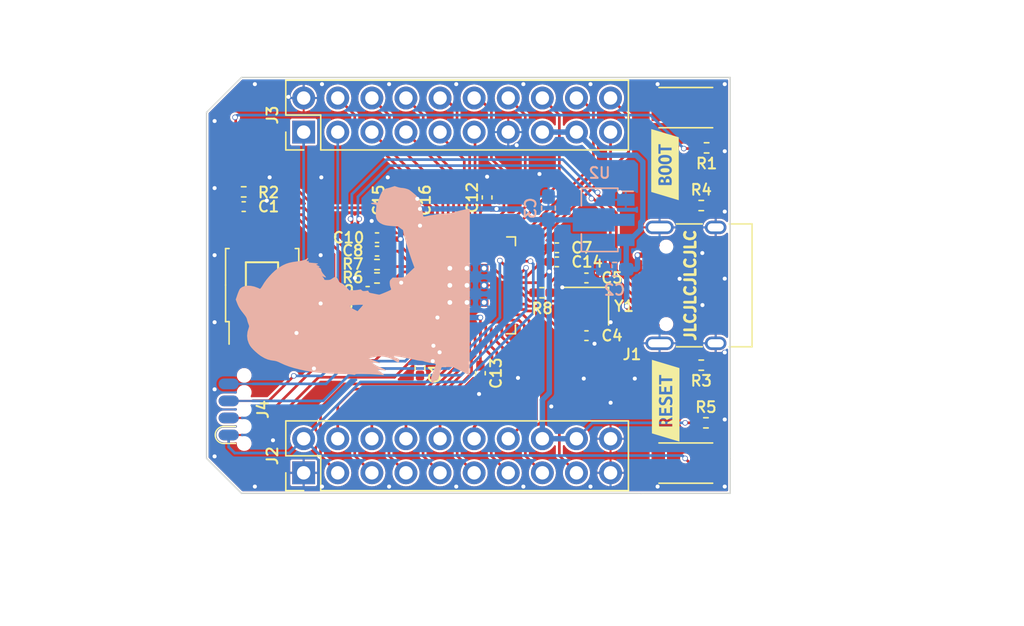
<source format=kicad_pcb>
(kicad_pcb (version 20211014) (generator pcbnew)
  (layers (0 "F.Cu" signal) (31 "B.Cu" signal) (34 "B.Paste" user) (35 "F.Paste" user) (36 "B.SilkS" user "B.Silkscreen") (37 "F.SilkS" user "F.Silkscreen") (38 "B.Mask" user) (39 "F.Mask" user) (44 "Edge.Cuts" user))
  (net 0 "")
  (net 1 "+3V3")
  (net 2 "GND")
  (net 3 "VBUS")
  (net 4 "Net-(C5-Pad2)")
  (net 5 "+1V1")
  (net 6 "Net-(J1-PadA5)")
  (net 7 "/USB_D+")
  (net 8 "/USB_D-")
  (net 10 "Net-(J1-PadB5)")
  (net 12 "/GPIO0")
  (net 13 "/GPIO1")
  (net 14 "/GPIO2")
  (net 15 "/GPIO3")
  (net 16 "/GPIO4")
  (net 17 "/GPIO5")
  (net 18 "/GPIO6")
  (net 19 "/GPIO7")
  (net 20 "/GPIO8")
  (net 21 "/GPIO9")
  (net 22 "/GPIO10")
  (net 23 "/GPIO11")
  (net 24 "/GPIO12")
  (net 25 "/GPIO13")
  (net 26 "/GPIO14")
  (net 27 "/GPIO15")
  (net 28 "/GPIO16")
  (net 29 "/GPIO17")
  (net 30 "/GPIO18")
  (net 31 "/GPIO19")
  (net 32 "/GPIO20")
  (net 33 "/GPIO21")
  (net 34 "/GPIO22")
  (net 35 "/GPIO23")
  (net 36 "/GPIO24")
  (net 37 "/GPIO25")
  (net 38 "/GPIO26")
  (net 39 "/GPIO27")
  (net 40 "/GPIO28")
  (net 41 "/GPIO29")
  (net 42 "Net-(R1-Pad1)")
  (net 43 "/QSPI_SS")
  (net 44 "Net-(R6-Pad1)")
  (net 45 "Net-(R7-Pad1)")
  (net 46 "/QSPI_SD1")
  (net 47 "/QSPI_SD2")
  (net 48 "/QSPI_SDO")
  (net 49 "/QSPI_SCLK")
  (net 50 "/QSPI_SD3")
  (net 51 "Net-(C4-Pad2)")
  (net 52 "/SWD")
  (net 53 "/RUN")
  (net 54 "/SWCLK")
  (net 56 "Net-(R8-Pad2)")
  (footprint "Capacitor_SMD:C_0402_1005Metric_Pad0.74x0.62mm_HandSolder" (layer "F.Cu") (at 170 92.45)
    (fp_text reference "C7")
    (fp_text value "100nF")
  )
  (footprint "MCU_RaspberryPi_and_Boards:RP2040-QFN-56" (layer "F.Cu") (at 163.3 95.25 90)
    (fp_text reference "U3")
    (fp_text value "RP2040")
  )
  (footprint "Capacitor_SMD:C_0402_1005Metric_Pad0.74x0.62mm_HandSolder" (layer "F.Cu") (at 155.9 95.7 180)
    (fp_text reference "C9")
    (fp_text value "100nF")
  )
  (footprint "Capacitor_SMD:C_0402_1005Metric_Pad0.74x0.62mm_HandSolder" (layer "F.Cu") (at 146.67 89.38)
    (fp_text reference "C1")
    (fp_text value "100nF")
  )
  (footprint "switch:SW_3x4x2" (layer "F.Cu") (at 179.6 82)
    (fp_text reference "SW1" hide)
    (fp_text value "SW_SPST" hide)
  )
  (footprint "Resistor_SMD:R_0402_1005Metric_Pad0.72x0.64mm_HandSolder" (layer "F.Cu") (at 180.75 101.2 180)
    (fp_text reference "R3")
    (fp_text value "5K1")
  )
  (footprint "Capacitor_SMD:C_0402_1005Metric_Pad0.74x0.62mm_HandSolder" (layer "F.Cu") (at 164.8 88.7 90)
    (fp_text reference "C12")
    (fp_text value "100nF")
  )
  (footprint "Capacitor_SMD:C_0402_1005Metric_Pad0.74x0.62mm_HandSolder" (layer "F.Cu") (at 170 93.5)
    (fp_text reference "C14")
    (fp_text value "100nF")
  )
  (footprint "Capacitor_SMD:C_0402_1005Metric_Pad0.74x0.62mm_HandSolder" (layer "F.Cu") (at 164.3 101.8 -90)
    (fp_text reference "C13")
    (fp_text value "100nF")
  )
  (footprint "Capacitor_SMD:C_0402_1005Metric_Pad0.74x0.62mm_HandSolder" (layer "F.Cu") (at 159.8 101.4 -90)
    (fp_text reference "C11")
    (fp_text value "100nF")
  )
  (footprint "Capacitor_SMD:C_0402_1005Metric_Pad0.74x0.62mm_HandSolder" (layer "F.Cu") (at 156.6 91.7 180)
    (fp_text reference "C10")
    (fp_text value "1uF")
  )
  (footprint "Resistor_SMD:R_0402_1005Metric_Pad0.72x0.64mm_HandSolder" (layer "F.Cu") (at 146.67 88.28 180)
    (fp_text reference "R2")
    (fp_text value "10K")
  )
  (footprint "Connector_USB:USB_C_Receptacle_XKB_U262-16XN-4BVC11" (layer "F.Cu") (at 180.75 95.25 90)
    (fp_text reference "J1")
    (fp_text value "USB_C_Receptacle_USB2.0")
  )
  (footprint "Resistor_SMD:R_0402_1005Metric_Pad0.72x0.64mm_HandSolder" (layer "F.Cu") (at 156.6 93.7 180)
    (fp_text reference "R7")
    (fp_text value "27")
  )
  (footprint "USON:SOIC-USON-8" (layer "F.Cu") (at 148.03 95.23)
    (fp_text reference "U1")
    (fp_text value "W25Q32JVSS" hide)
  )
  (footprint "Capacitor_SMD:C_0402_1005Metric_Pad0.74x0.62mm_HandSolder" (layer "F.Cu") (at 172.2 94.7 180)
    (fp_text reference "C5")
    (fp_text value "C")
  )
  (footprint "Capacitor_SMD:C_0402_1005Metric_Pad0.74x0.62mm_HandSolder" (layer "F.Cu") (at 156.6 92.7 180)
    (fp_text reference "C8")
    (fp_text value "1uF")
  )
  (footprint "Connector_PinHeader_2.54mm:PinHeader_2x10_P2.54mm_Vertical" (layer "F.Cu") (at 151.135 83.825 90)
    (fp_text reference "J3")
    (fp_text value "Conn_02x10_Odd_Even")
  )
  (footprint "Crystal:Crystal_SMD_2520-4Pin_2.5x2.0mm" (layer "F.Cu") (at 172.2 96.8 180)
    (fp_text reference "Y1")
    (fp_text value "12MHz")
  )
  (footprint "footprints:SOIC_clipProgSmall" (layer "F.Cu") (at 144.8 104.5 -90)
    (fp_text reference "J4")
    (fp_text value "Conn_01x08")
  )
  (footprint "Resistor_SMD:R_0402_1005Metric_Pad0.72x0.64mm_HandSolder" (layer "F.Cu") (at 181.1 105.5)
    (fp_text reference "R5")
    (fp_text value "100K")
  )
  (footprint "Resistor_SMD:R_0402_1005Metric_Pad0.72x0.64mm_HandSolder" (layer "F.Cu") (at 181.15 85 180)
    (fp_text reference "R1")
    (fp_text value "1K")
  )
  (footprint "kibuzzard-6203A47E" (layer "F.Cu") (at 178.1 103.85 90)
    (fp_text reference "kibuzzard-6203A47E" hide)
    (fp_text value "G***" hide)
  )
  (footprint "Resistor_SMD:R_0402_1005Metric_Pad0.72x0.64mm_HandSolder" (layer "F.Cu") (at 156.6 94.7 180)
    (fp_text reference "R6")
    (fp_text value "27")
  )
  (footprint "switch:SW_3x4x2" (layer "F.Cu") (at 179.6 108.5)
    (fp_text reference "SW2" hide)
    (fp_text value "SW_SPST" hide)
  )
  (footprint "Connector_PinHeader_2.54mm:PinHeader_2x10_P2.54mm_Vertical" (layer "F.Cu") (at 151.135 109.225 90)
    (fp_text reference "J2")
    (fp_text value "Conn_02x10_Odd_Even")
  )
  (footprint "Capacitor_SMD:C_0402_1005Metric_Pad0.74x0.62mm_HandSolder" (layer "F.Cu") (at 172.2 99 180)
    (fp_text reference "C4")
    (fp_text value "C")
  )
  (footprint "Capacitor_SMD:C_0402_1005Metric_Pad0.74x0.62mm_HandSolder" (layer "F.Cu") (at 158.9 88.9 90)
    (fp_text reference "C16")
    (fp_text value "100nF")
  )
  (footprint "Resistor_SMD:R_0402_1005Metric_Pad0.72x0.64mm_HandSolder" (layer "F.Cu") (at 180.75 89.3)
    (fp_text reference "R4")
    (fp_text value "5K1")
  )
  (footprint "Capacitor_SMD:C_0402_1005Metric_Pad0.74x0.62mm_HandSolder" (layer "F.Cu") (at 157.75 88.9 90)
    (fp_text reference "C15")
    (fp_text value "100nF")
  )
  (footprint "Capacitor_SMD:C_0402_1005Metric_Pad0.74x0.62mm_HandSolder" (layer "F.Cu") (at 155.9 96.7 180)
    (fp_text reference "C6")
    (fp_text value "100nF")
  )
  (footprint "Resistor_SMD:R_0402_1005Metric_Pad0.72x0.64mm_HandSolder" (layer "F.Cu") (at 168.9 95.8 180)
    (fp_text reference "R8")
    (fp_text value "1K")
  )
  (footprint "kibuzzard-6203A46A" (layer "F.Cu") (at 178.05 86.25 90)
    (fp_text reference "kibuzzard-6203A46A" hide)
    (fp_text value "G***" hide)
  )
  (footprint "Capacitor_SMD:C_0603_1608Metric_Pad1.08x0.95mm_HandSolder" (layer "B.Cu") (at 169.37 89.4925 90)
    (fp_text reference "C3")
    (fp_text value "10uF")
  )
  (footprint "Capacitor_SMD:C_0603_1608Metric_Pad1.08x0.95mm_HandSolder" (layer "B.Cu") (at 174.3 94.05 180)
    (fp_text reference "C2")
    (fp_text value "10uF")
  )
  (footprint "Package_TO_SOT_SMD:SOT-89-3" (layer "B.Cu") (at 173.48 90.37 180)
    (fp_text reference "U2")
    (fp_text value "AP1117-33")
  )
  (footprint "LOGO" (layer "B.Cu") (at 154.12 93.66 -90)
    (fp_text reference "G***" hide)
    (fp_text value "LOGO" hide)
  )
  (gr_line (start 182.9 108.17) (end 182.9 110.75) (layer "Edge.Cuts") (width 0.1))
  (gr_line (start 146.5 110.75) (end 176.27 110.75) (layer "Edge.Cuts") (width 0.1))
  (gr_line (start 143.9 82.35) (end 146.5 79.75) (layer "Edge.Cuts") (width 0.1))
  (gr_line (start 182.9 110.75) (end 176.27 110.75) (layer "Edge.Cuts") (width 0.1))
  (gr_line (start 146.5 110.75) (end 143.9 108.15) (layer "Edge.Cuts") (width 0.1))
  (gr_line (start 182.9 108.17) (end 182.9 79.75) (layer "Edge.Cuts") (width 0.1))
  (gr_line (start 143.9 108.15) (end 143.9 82.35) (layer "Edge.Cuts") (width 0.1))
  (gr_line (start 146.5 79.75) (end 182.9 79.75) (layer "Edge.Cuts") (width 0.1))
  (gr_text "JLCJLCJLCJLC" (at 179.94 95.25 90) (layer "F.SilkS") (effects (font (size 0.8 0.8) (thickness 0.2))))
  (segment (start 157.75 89.4675) (end 157.75 90.55) (width 0.2) (layer "F.Cu") (net 1))
  (segment (start 159.8625 94.65) (end 159.8625 95.05) (width 0.2) (layer "F.Cu") (net 1))
  (segment (start 164.3 89.7675) (end 164.8 89.2675) (width 0.2) (layer "F.Cu") (net 1))
  (segment (start 168.6 95.05) (end 169.4325 94.2175) (width 0.2) (layer "F.Cu") (net 1))
  (segment (start 152.25 102.1) (end 147.945 106.405) (width 0.2) (layer "F.Cu") (net 1))
  (segment (start 146.1025 91.6075) (end 146.125 91.63) (width 0.2) (layer "F.Cu") (net 1))
  (segment (start 158.9825 89.55) (end 158.9 89.4675) (width 0.4) (layer "F.Cu") (net 1))
  (segment (start 157.75 90.55) (end 159.05 91.85) (width 0.2) (layer "F.Cu") (net 1))
  (segment (start 165.0825 89.55) (end 164.8 89.2675) (width 0.4) (layer "F.Cu") (net 1))
  (segment (start 157.75 95.7) (end 158.4 95.05) (width 0.4) (layer "F.Cu") (net 1))
  (segment (start 157.2675 91.8) (end 157.1675 91.7) (width 0.4) (layer "F.Cu") (net 1))
  (segment (start 159.8 100.8325) (end 159.1675 100.8325) (width 0.2) (layer "F.Cu") (net 1))
  (segment (start 157.9 102.1) (end 152.25 102.1) (width 0.2) (layer "F.Cu") (net 1))
  (segment (start 159.05 91.85) (end 159.05 92.3) (width 0.2) (layer "F.Cu") (net 1))
  (segment (start 159.4 92.65) (end 159.8625 92.65) (width 0.2) (layer "F.Cu") (net 1))
  (segment (start 145.55 106.405) (end 147.305 106.405) (width 0.15) (layer "F.Cu") (net 1))
  (segment (start 157.75 89.4675) (end 152.0175 89.4675) (width 0.2) (layer "F.Cu") (net 1))
  (segment (start 159.05 92.3) (end 159.4 92.65) (width 0.2) (layer "F.Cu") (net 1))
  (segment (start 158.9 89.4675) (end 157.75 89.4675) (width 0.4) (layer "F.Cu") (net 1))
  (segment (start 147.2025 88.28) (end 146.1025 89.38) (width 0.2) (layer "F.Cu") (net 1))
  (segment (start 164.3 101.2325) (end 164.3 98.6875) (width 0.2) (layer "F.Cu") (net 1))
  (segment (start 169.4325 93.5) (end 169.4325 94.2175) (width 0.2) (layer "F.Cu") (net 1))
  (segment (start 164.3 91.8125) (end 164.3 89.7675) (width 0.2) (layer "F.Cu") (net 1))
  (segment (start 147.945 106.405) (end 147.305 106.405) (width 0.2) (layer "F.Cu") (net 1))
  (segment (start 159.8625 93.05) (end 159.8625 92.65) (width 0.2) (layer "F.Cu") (net 1))
  (segment (start 160.7 98.05) (end 161.1 97.65) (width 0.2) (layer "F.Cu") (net 1))
  (segment (start 159.8 100.8325) (end 159.8 99.9) (width 0.2) (layer "F.Cu") (net 1))
  (segment (start 146.14 92.3) (end 147.28 93.44) (width 0.2) (layer "F.Cu") (net 1))
  (segment (start 159.8625 95.05) (end 158.4 95.05) (width 0.2) (layer "F.Cu") (net 1))
  (segment (start 146.14 91.63) (end 146.14 92.3) (width 0.2) (layer "F.Cu") (net 1))
  (segment (start 160.7 90.45) (end 159.8 89.55) (width 0.2) (layer "F.Cu") (net 1))
  (segment (start 160.7 99) (end 160.7 98.6875) (width 0.2) (layer "F.Cu") (net 1))
  (segment (start 159.8 89.55) (end 158.9825 89.55) (width 0.4) (layer "F.Cu") (net 1))
  (segment (start 147.2675 88.28) (end 147.2025 88.28) (width 0.2) (layer "F.Cu") (net 1))
  (segment (start 164.3 98.6875) (end 164.3 97.65) (width 0.2) (layer "F.Cu") (net 1))
  (segment (start 152.0175 89.4675) (end 150.85 88.3) (width 0.2) (layer "F.Cu") (net 1))
  (segment (start 158.35 92.3) (end 159.1 93.05) (width 0.2) (layer "F.Cu") (net 1))
  (segment (start 166.7375 95.05) (end 168.6 95.05) (width 0.2) (layer "F.Cu") (net 1))
  (segment (start 180.5025 105.5) (end 179.55 105.5) (width 0.2) (layer "F.Cu") (net 1))
  (segment (start 159.8 99.9) (end 160.7 99) (width 0.2) (layer "F.Cu") (net 1))
  (segment (start 146.1025 89.38) (end 146.1025 91.6075) (width 0.2) (layer "F.Cu") (net 1))
  (segment (start 147.28 93.44) (end 147.28 94.03) (width 0.2) (layer "F.Cu") (net 1))
  (segment (start 159.1675 100.8325) (end 157.9 102.1) (width 0.2) (layer "F.Cu") (net 1))
  (segment (start 150.85 88.3) (end 147.2875 88.3) (width 0.2) (layer "F.Cu") (net 1))
  (segment (start 147.2875 88.3) (end 147.2675 88.28) (width 0.2) (layer "F.Cu") (net 1))
  (segment (start 158.35 91.8) (end 157.2675 91.8) (width 0.4) (layer "F.Cu") (net 1))
  (segment (start 159.1 93.05) (end 159.8625 93.05) (width 0.2) (layer "F.Cu") (net 1))
  (segment (start 156.4675 95.7) (end 157.75 95.7) (width 0.4) (layer "F.Cu") (net 1))
  (segment (start 158.35 91.8) (end 158.35 92.3) (width 0.2) (layer "F.Cu") (net 1))
  (segment (start 165.5 89.55) (end 165.0825 89.55) (width 0.4) (layer "F.Cu") (net 1))
  (segment (start 160.7 91.8125) (end 160.7 90.45) (width 0.2) (layer "F.Cu") (net 1))
  (segment (start 160.7 98.6875) (end 160.7 98.05) (width 0.2) (layer "F.Cu") (net 1))
  (via (at 165.5 89.55) (size 0.4) (drill 0.3) (layers "F.Cu" "B.Cu") (net 1))
  (via (at 169.4325 94.2175) (size 0.4) (drill 0.3) (layers "F.Cu" "B.Cu") (net 1))
  (via (at 159.8 89.55) (size 0.4) (drill 0.3) (layers "F.Cu" "B.Cu") (net 1))
  (via (at 161.1 97.65) (size 0.4) (drill 0.3) (layers "F.Cu" "B.Cu") (net 1))
  (via (at 164.3 97.65) (size 0.4) (drill 0.3) (layers "F.Cu" "B.Cu") (net 1))
  (via (at 179.55 105.5) (size 0.4) (drill 0.3) (layers "F.Cu" "B.Cu") (net 1))
  (via (at 158.35 91.8) (size 0.4) (drill 0.3) (layers "F.Cu" "B.Cu") (net 1))
  (via (at 158.4 95.05) (size 0.4) (drill 0.3) (layers "F.Cu" "B.Cu") (net 1))
  (segment (start 158.35 91) (end 158.35 91.8) (width 0.4) (layer "B.Cu") (net 1))
  (segment (start 169.4325 103.2675) (end 168.915 103.785) (width 0.4) (layer "B.Cu") (net 1))
  (segment (start 165.5125 89.5625) (end 165.5 89.55) (width 0.4) (layer "B.Cu") (net 1))
  (segment (start 165.5 89.55) (end 159.8 89.55) (width 0.4) (layer "B.Cu") (net 1))
  (segment (start 169.4325 94.2175) (end 169.4325 103.2675) (width 0.4) (layer "B.Cu") (net 1))
  (segment (start 159.8 89.55) (end 158.35 91) (width 0.4) (layer "B.Cu") (net 1))
  (segment (start 175.0425 90.37) (end 169.385 90.37) (width 0.4) (layer "B.Cu") (net 1))
  (segment (start 168.915 103.785) (end 168.915 106.685) (width 0.4) (layer "B.Cu") (net 1))
  (segment (start 158.4 91.85) (end 158.35 91.8) (width 0.4) (layer "B.Cu") (net 1))
  (segment (start 164.3 97.65) (end 161.1 97.65) (width 0.4) (layer "B.Cu") (net 1))
  (segment (start 169.37 90.355) (end 168.095 90.355) (width 0.4) (layer "B.Cu") (net 1))
  (segment (start 179.55 105.5) (end 172.64 105.5) (width 0.2) (layer "B.Cu") (net 1))
  (segment (start 169.4325 94.2175) (end 169.4325 90.4175) (width 0.4) (layer "B.Cu") (net 1))
  (segment (start 172.64 105.5) (end 171.455 106.685) (width 0.2) (layer "B.Cu") (net 1))
  (segment (start 158.4 95.05) (end 158.5 95.05) (width 0.4) (layer "B.Cu") (net 1))
  (segment (start 169.4325 90.4175) (end 169.37 90.355) (width 0.4) (layer "B.Cu") (net 1))
  (segment (start 158.5 95.05) (end 161.1 97.65) (width 0.4) (layer "B.Cu") (net 1))
  (segment (start 168.915 106.685) (end 171.455 106.685) (width 0.4) (layer "B.Cu") (net 1))
  (segment (start 167.3025 89.5625) (end 165.5125 89.5625) (width 0.4) (layer "B.Cu") (net 1))
  (segment (start 168.095 90.355) (end 167.3025 89.5625) (width 0.4) (layer "B.Cu") (net 1))
  (segment (start 158.4 95.05) (end 158.4 91.85) (width 0.4) (layer "B.Cu") (net 1))
  (segment (start 169.385 90.37) (end 169.37 90.355) (width 0.4) (layer "B.Cu") (net 1))
  (segment (start 156.0325 92.7) (end 156.0325 91.7) (width 0.2) (layer "F.Cu") (net 2))
  (via (at 172.5 80.25) (size 0.4) (drill 0.3) (layers "F.Cu" "B.Cu") (net 2))
  (via (at 144.5 103) (size 0.4) (drill 0.3) (layers "F.Cu" "B.Cu") (net 2))
  (via (at 148.6 87.2) (size 0.4) (drill 0.3) (layers "F.Cu" "B.Cu") (net 2))
  (via (at 182.5 85.25) (size 0.4) (drill 0.3) (layers "F.Cu" "B.Cu") (net 2))
  (via (at 144.5 83) (size 0.4) (drill 0.3) (layers "F.Cu" "B.Cu") (net 2))
  (via (at 168.7 86.95) (size 0.4) (drill 0.3) (layers "F.Cu" "B.Cu") (net 2))
  (via (at 159.6 88.8) (size 0.4) (drill 0.3) (layers "F.Cu" "B.Cu") (net 2))
  (via (at 152.4 93) (size 0.4) (drill 0.3) (layers "F.Cu" "B.Cu") (net 2))
  (via (at 152.5 110.25) (size 0.4) (drill 0.3) (layers "F.Cu" "B.Cu") (net 2))
  (via (at 177.5 80.25) (size 0.4) (drill 0.3) (layers "F.Cu" "B.Cu") (net 2))
  (via (at 150 81.2) (size 0.4) (drill 0.3) (layers "F.Cu" "B.Cu") (net 2))
  (via (at 172 102.2) (size 0.4) (drill 0.3) (layers "F.Cu" "B.Cu") (net 2))
  (via (at 172.8 99.6) (size 0.4) (drill 0.3) (layers "F.Cu" "B.Cu") (net 2))
  (via (at 167 84.8) (size 0.4) (drill 0.3) (layers "F.Cu" "B.Cu") (net 2))
  (via (at 182.5 89.75) (size 0.4) (drill 0.3) (layers "F.Cu" "B.Cu") (net 2))
  (via (at 157.5 80.25) (size 0.4) (drill 0.3) (layers "F.Cu" "B.Cu") (net 2))
  (via (at 152.45 87.2) (size 0.4) (drill 0.3) (layers "F.Cu" "B.Cu") (net 2))
  (via (at 150.6 98.8) (size 0.4) (drill 0.3) (layers "F.Cu" "B.Cu") (net 2))
  (via (at 156.2 90.45) (size 0.4) (drill 0.3) (layers "F.Cu" "B.Cu") (net 2))
  (via (at 182.5 110.25) (size 0.4) (drill 0.3) (layers "F.Cu" "B.Cu") (net 2))
  (via (at 180.84 96.72) (size 0.4) (drill 0.3) (layers "F.Cu" "B.Cu") (net 2))
  (via (at 179.14 94.76) (size 0.4) (drill 0.3) (layers "F.Cu" "B.Cu") (net 2))
  (via (at 147.5 80.25) (size 0.4) (drill 0.3) (layers "F.Cu" "B.Cu") (net 2))
  (via (at 174 104) (size 0.4) (drill 0.3) (layers "F.Cu" "B.Cu") (net 2))
  (via (at 167.1 102.15) (size 0.4) (drill 0.3) (layers "F.Cu" "B.Cu") (net 2))
  (via (at 144.5 88) (size 0.4) (drill 0.3) (layers "F.Cu" "B.Cu") (net 2))
  (via (at 170.4 95.4) (size 0.4) (drill 0.3) (layers "F.Cu" "B.Cu") (net 2))
  (via (at 172.5 110.25) (size 0.4) (drill 0.3) (layers "F.Cu" "B.Cu") (net 2))
  (via (at 152.5 80.25) (size 0.4) (drill 0.3) (layers "F.Cu" "B.Cu") (net 2))
  (via (at 164.2 103.35) (size 0.4) (drill 0.3) (layers "F.Cu" "B.Cu") (net 2))
  (via (at 177.5 110.25) (size 0.4) (drill 0.3) (layers "F.Cu" "B.Cu") (net 2))
  (via (at 167.5 110.25) (size 0.4) (drill 0.3) (layers "F.Cu" "B.Cu") (net 2))
  (via (at 160.75 100.9) (size 0.4) (drill 0.3) (layers "F.Cu" "B.Cu") (net 2))
  (via (at 157.4 87.2) (size 0.4) (drill 0.3) (layers "F.Cu" "B.Cu") (net 2))
  (via (at 182.5 100.25) (size 0.4) (drill 0.3) (layers "F.Cu" "B.Cu") (net 2))
  (via (at 182.5 105.25) (size 0.4) (drill 0.3) (layers "F.Cu" "B.Cu") (net 2))
  (via (at 167.5 80.25) (size 0.4) (drill 0.3) (layers "F.Cu" "B.Cu") (net 2))
  (via (at 174.7 88.3) (size 0.4) (drill 0.3) (layers "F.Cu" "B.Cu") (net 2))
  (via (at 144.5 93) (size 0.4) (drill 0.3) (layers "F.Cu" "B.Cu") (net 2))
  (via (at 159.8 90.8) (size 0.4) (drill 0.3) (layers "F.Cu" "B.Cu") (net 2))
  (via (at 152.4 96.6) (size 0.4) (drill 0.3) (layers "F.Cu" "B.Cu") (net 2))
  (via (at 162.5 110.25) (size 0.4) (drill 0.3) (layers "F.Cu" "B.Cu") (net 2))
  (via (at 164.8 87.15) (size 0.4) (drill 0.3) (layers "F.Cu" "B.Cu") (net 2))
  (via (at 144.5 98) (size 0.4) (drill 0.3) (layers "F.Cu" "B.Cu") (net 2))
  (via (at 144.5 108) (size 0.4) (drill 0.3) (layers "F.Cu" "B.Cu") (net 2))
  (via (at 182.5 94.75) (size 0.4) (drill 0.3) (layers "F.Cu" "B.Cu") (net 2))
  (via (at 174 98) (size 0.4) (drill 0.3) (layers "F.Cu" "B.Cu") (net 2))
  (via (at 157.5 110.25) (size 0.4) (drill 0.3) (layers "F.Cu" "B.Cu") (net 2))
  (via (at 154.95 94.7) (size 0.4) (drill 0.3) (layers "F.Cu" "B.Cu") (net 2))
  (via (at 148.39 88.93) (size 0.4) (drill 0.3) (layers "F.Cu" "B.Cu") (net 2))
  (via (at 175.8 102.2) (size 0.4) (drill 0.3) (layers "F.Cu" "B.Cu") (net 2))
  (via (at 180.83 92.84) (size 0.4) (drill 0.3) (layers "F.Cu" "B.Cu") (net 2))
  (via (at 148.85 106.8) (size 0.4) (drill 0.3) (layers "F.Cu" "B.Cu") (net 2))
  (via (at 182.5 80.25) (size 0.4) (drill 0.3) (layers "F.Cu" "B.Cu") (net 2))
  (via (at 147.5 110.25) (size 0.4) (drill 0.3) (layers "F.Cu" "B.Cu") (net 2))
  (via (at 162.5 80.25) (size 0.4) (drill 0.3) (layers "F.Cu" "B.Cu") (net 2))
  (via (at 169.58 104.28) (size 0.4) (drill 0.3) (layers "F.Cu" "B.Cu") (net 2))
  (segment (start 176.87 97.71) (end 177.070489 97.509511) (width 0.4) (layer "F.Cu") (net 3))
  (segment (start 176.36 93) (end 176.49 92.87) (width 0.4) (layer "F.Cu") (net 3))
  (segment (start 176.49 92.87) (end 176.95 92.87) (width 0.4) (layer "F.Cu") (net 3))
  (segment (start 176 93) (end 176.36 93) (width 0.4) (layer "F.Cu") (net 3))
  (segment (start 176.28 97.5) (end 176.49 97.71) (width 0.4) (layer "F.Cu") (net 3))
  (segment (start 175.9 97.5) (end 175.2 96.8) (width 0.4) (layer "F.Cu") (net 3))
  (segment (start 175.9 97.5) (end 176.28 97.5) (width 0.4) (layer "F.Cu") (net 3))
  (segment (start 176.49 97.71) (end 176.87 97.71) (width 0.4) (layer "F.Cu") (net 3))
  (segment (start 176.95 92.87) (end 177.070489 92.990489) (width 0.4) (layer "F.Cu") (net 3))
  (via (at 175.2 96.8) (size 0.4) (drill 0.3) (layers "F.Cu" "B.Cu") (net 3))
  (via (at 176 93) (size 0.4) (drill 0.3) (layers "F.Cu" "B.Cu") (net 3))
  (segment (start 175.2 96.8) (end 175.2 94.0875) (width 0.4) (layer "B.Cu") (net 3))
  (segment (start 173.18 85.55) (end 171.455 83.825) (width 0.4) (layer "B.Cu") (net 3))
  (segment (start 175.2 94.0875) (end 175.1625 94.05) (width 0.4) (layer "B.Cu") (net 3))
  (segment (start 175.13 91.87) (end 175.449022 91.87) (width 0.4) (layer "B.Cu") (net 3))
  (segment (start 176.23548 90.56452) (end 176.4 90.4) (width 0.4) (layer "B.Cu") (net 3))
  (segment (start 176 93.95) (end 175.9 94.05) (width 0.4) (layer "B.Cu") (net 3))
  (segment (start 175.1625 91.9025) (end 175.13 91.87) (width 0.4) (layer "B.Cu") (net 3))
  (segment (start 175.9 85.55) (end 173.18 85.55) (width 0.4) (layer "B.Cu") (net 3))
  (segment (start 176.4 90.4) (end 176.4 86.05) (width 0.4) (layer "B.Cu") (net 3))
  (segment (start 171.455 83.825) (end 168.915 83.825) (width 0.4) (layer "B.Cu") (net 3))
  (segment (start 176.4 86.05) (end 175.9 85.55) (width 0.4) (layer "B.Cu") (net 3))
  (segment (start 175.1625 94.05) (end 175.1625 91.9025) (width 0.4) (layer "B.Cu") (net 3))
  (segment (start 176 93) (end 176 93.95) (width 0.4) (layer "B.Cu") (net 3))
  (segment (start 176.23548 91.083542) (end 176.23548 90.56452) (width 0.4) (layer "B.Cu") (net 3))
  (segment (start 175.9 94.05) (end 175.1625 94.05) (width 0.4) (layer "B.Cu") (net 3))
  (segment (start 175.449022 91.87) (end 176.23548 91.083542) (width 0.4) (layer "B.Cu") (net 3))
  (segment (start 169.4975 95.0525) (end 169.85 94.7) (width 0.2) (layer "F.Cu") (net 4))
  (segment (start 169.85 94.7) (end 171.6325 94.7) (width 0.2) (layer "F.Cu") (net 4))
  (segment (start 173.075 96.1) (end 173.0325 96.1) (width 0.2) (layer "F.Cu") (net 4))
  (segment (start 173.0325 96.1) (end 171.6325 94.7) (width 0.2) (layer "F.Cu") (net 4))
  (segment (start 169.4975 95.8) (end 169.4975 95.0525) (width 0.2) (layer "F.Cu") (net 4))
  (segment (start 169.4325 92.45) (end 169.4325 92.530787) (width 0.2) (layer "F.Cu") (net 5))
  (segment (start 167.685667 94.65) (end 166.7375 94.65) (width 0.2) (layer "F.Cu") (net 5))
  (segment (start 158.9 93.45) (end 158.15 92.7) (width 0.2) (layer "F.Cu") (net 5))
  (segment (start 160.75 93.45) (end 159.8625 93.45) (width 0.2) (layer "F.Cu") (net 5))
  (segment (start 160.95 95.25) (end 160.95 93.65) (width 0.2) (layer "F.Cu") (net 5))
  (segment (start 158.611085 95.490489) (end 157.401574 96.7) (width 0.2) (layer "F.Cu") (net 5))
  (segment (start 160.75 95.45) (end 160.95 95.25) (width 0.2) (layer "F.Cu") (net 5))
  (segment (start 168.562242 93.773425) (end 167.685667 94.65) (width 0.2) (layer "F.Cu") (net 5))
  (segment (start 159.8625 95.45) (end 159.822011 95.490489) (width 0.2) (layer "F.Cu") (net 5))
  (segment (start 165.3 93.58) (end 164.94 93.22) (width 0.2) (layer "F.Cu") (net 5))
  (segment (start 165.97 94.65) (end 165.3 93.98) (width 0.2) (layer "F.Cu") (net 5))
  (segment (start 165.3 93.98) (end 165.3 93.58) (width 0.2) (layer "F.Cu") (net 5))
  (segment (start 159.8625 95.45) (end 160.75 95.45) (width 0.2) (layer "F.Cu") (net 5))
  (segment (start 164.94 93.22) (end 161.38 93.22) (width 0.2) (layer "F.Cu") (net 5))
  (segment (start 168.562242 93.401045) (end 168.562242 93.773425) (width 0.2) (layer "F.Cu") (net 5))
  (segment (start 161.38 93.22) (end 160.95 93.65) (width 0.2) (layer "F.Cu") (net 5))
  (segment (start 159.822011 95.490489) (end 158.611085 95.490489) (width 0.2) (layer "F.Cu") (net 5))
  (segment (start 159.8625 93.45) (end 158.9 93.45) (width 0.2) (layer "F.Cu") (net 5))
  (segment (start 157.401574 96.7) (end 156.4675 96.7) (width 0.2) (layer "F.Cu") (net 5))
  (segment (start 166.7375 94.65) (end 165.97 94.65) (width 0.2) (layer "F.Cu") (net 5))
  (segment (start 169.4325 92.530787) (end 168.562242 93.401045) (width 0.2) (layer "F.Cu") (net 5))
  (segment (start 158.15 92.7) (end 157.1675 92.7) (width 0.2) (layer "F.Cu") (net 5))
  (segment (start 160.95 93.65) (end 160.75 93.45) (width 0.2) (layer "F.Cu") (net 5))
  (segment (start 180.1525 98.7975) (end 180.1525 101.2) (width 0.2) (layer "F.Cu") (net 6))
  (segment (start 177.08 96.5) (end 177.855 96.5) (width 0.2) (layer "F.Cu") (net 6))
  (segment (start 177.855 96.5) (end 180.1525 98.7975) (width 0.2) (layer "F.Cu") (net 6))
  (segment (start 176.305 94.5) (end 176.24 94.565) (width 0.2) (layer "F.Cu") (net 7))
  (segment (start 156.0025 94.7) (end 154.725 93.4225) (width 0.2) (layer "F.Cu") (net 7))
  (segment (start 174.425 89.856801) (end 174.425 94.1068) (width 0.2) (layer "F.Cu") (net 7))
  (segment (start 176.24 94.565) (end 176.24 95.435) (width 0.2) (layer "F.Cu") (net 7))
  (segment (start 176.24 95.435) (end 176.305 95.5) (width 0.2) (layer "F.Cu") (net 7))
  (segment (start 173.02981 88.32019) (end 173.02981 88.461611) (width 0.2) (layer "F.Cu") (net 7))
  (segment (start 154.724999 90.399999) (end 154.625 90.3) (width 0.2) (layer "F.Cu") (net 7))
  (segment (start 154.725 93.4225) (end 154.724999 90.399999) (width 0.2) (layer "F.Cu") (net 7))
  (segment (start 176.217499 95.5) (end 177.08 95.5) (width 0.2) (layer "F.Cu") (net 7))
  (segment (start 176.192499 95.525) (end 176.217499 95.5) (width 0.2) (layer "F.Cu") (net 7))
  (segment (start 176.305 95.5) (end 177.08 95.5) (width 0.2) (layer "F.Cu") (net 7))
  (segment (start 175.8432 95.525) (end 176.192499 95.525) (width 0.2) (layer "F.Cu") (net 7))
  (segment (start 174.425 94.1068) (end 175.8432 95.525) (width 0.2) (layer "F.Cu") (net 7))
  (segment (start 177.08 94.5) (end 176.305 94.5) (width 0.2) (layer "F.Cu") (net 7))
  (segment (start 173.02981 88.461611) (end 174.425 89.856801) (width 0.2) (layer "F.Cu") (net 7))
  (via (at 154.625 90.3) (size 0.4) (drill 0.3) (layers "F.Cu" "B.Cu") (net 7))
  (via (at 173.02981 88.32019) (size 0.4) (drill 0.3) (layers "F.Cu" "B.Cu") (net 7))
  (segment (start 172.888389 88.32019) (end 173.02981 88.32019) (width 0.2) (layer "B.Cu") (net 7))
  (segment (start 154.625 90.3) (end 154.724999 90.200001) (width 0.2) (layer "B.Cu") (net 7))
  (segment (start 157.3068 85.875) (end 170.443199 85.875) (width 0.2) (layer "B.Cu") (net 7))
  (segment (start 170.443199 85.875) (end 172.888389 88.32019) (width 0.2) (layer "B.Cu") (net 7))
  (segment (start 154.724999 90.200001) (end 154.724999 88.456801) (width 0.2) (layer "B.Cu") (net 7))
  (segment (start 154.724999 88.456801) (end 157.3068 85.875) (width 0.2) (layer "B.Cu") (net 7))
  (segment (start 177.92 95.935) (end 177.855 96) (width 0.2) (layer "F.Cu") (net 8))
  (segment (start 177.855 96) (end 177.08 96) (width 0.2) (layer "F.Cu") (net 8))
  (segment (start 172.711611 88.77981) (end 173.975 90.043199) (width 0.2) (layer "F.Cu") (net 8))
  (segment (start 173.975 94.2932) (end 175.6568 95.975) (width 0.2) (layer "F.Cu") (net 8))
  (segment (start 156.0025 93.7) (end 155.638897 93.7) (width 0.2) (layer "F.Cu") (net 8))
  (segment (start 155.175 93.236103) (end 155.175001 90.399999) (width 0.2) (layer "F.Cu") (net 8))
  (segment (start 176.192499 95.975) (end 176.217499 96) (width 0.2) (layer "F.Cu") (net 8))
  (segment (start 172.57019 88.77981) (end 172.711611 88.77981) (width 0.2) (layer "F.Cu") (net 8))
  (segment (start 176.217499 96) (end 177.08 96) (width 0.2) (layer "F.Cu") (net 8))
  (segment (start 173.975 90.043199) (end 173.975 94.2932) (width 0.2) (layer "F.Cu") (net 8))
  (segment (start 177.08 95) (end 177.855 95) (width 0.2) (layer "F.Cu") (net 8))
  (segment (start 177.92 95.065) (end 177.92 95.935) (width 0.2) (layer "F.Cu") (net 8))
  (segment (start 155.638897 93.7) (end 155.175 93.236103) (width 0.2) (layer "F.Cu") (net 8))
  (segment (start 177.855 95) (end 177.92 95.065) (width 0.2) (layer "F.Cu") (net 8))
  (segment (start 155.175001 90.399999) (end 155.275 90.3) (width 0.2) (layer "F.Cu") (net 8))
  (segment (start 175.6568 95.975) (end 176.192499 95.975) (width 0.2) (layer "F.Cu") (net 8))
  (via (at 172.57019 88.77981) (size 0.4) (drill 0.3) (layers "F.Cu" "B.Cu") (net 8))
  (via (at 155.275 90.3) (size 0.4) (drill 0.3) (layers "F.Cu" "B.Cu") (net 8))
  (segment (start 172.57019 88.638389) (end 172.57019 88.77981) (width 0.2) (layer "B.Cu") (net 8))
  (segment (start 157.4932 86.325) (end 170.256801 86.325) (width 0.2) (layer "B.Cu") (net 8))
  (segment (start 170.256801 86.325) (end 172.57019 88.638389) (width 0.2) (layer "B.Cu") (net 8))
  (segment (start 155.275 90.3) (end 155.175001 90.200001) (width 0.2) (layer "B.Cu") (net 8))
  (segment (start 155.175001 90.200001) (end 155.175001 88.643199) (width 0.2) (layer "B.Cu") (net 8))
  (segment (start 155.175001 88.643199) (end 157.4932 86.325) (width 0.2) (layer "B.Cu") (net 8))
  (segment (start 177.08 93.5) (end 177.958918 93.5) (width 0.2) (layer "F.Cu") (net 10))
  (segment (start 177.958918 93.5) (end 180.1525 91.306418) (width 0.2) (layer "F.Cu") (net 10))
  (segment (start 180.1525 91.306418) (end 180.1525 89.3) (width 0.2) (layer "F.Cu") (net 10))
  (segment (start 145.55 105.135) (end 147.365 105.135) (width 0.15) (layer "F.Cu") (net 12))
  (segment (start 161.1 98.6875) (end 161.1 99.45) (width 0.2) (layer "F.Cu") (net 12))
  (segment (start 148.215 105.135) (end 147.365 105.135) (width 0.2) (layer "F.Cu") (net 12))
  (segment (start 148.215 105.135) (end 151.9 101.45) (width 0.2) (layer "F.Cu") (net 12))
  (segment (start 161.1 99.45) (end 160.8 99.75) (width 0.2) (layer "F.Cu") (net 12))
  (via (at 151.9 101.45) (size 0.4) (drill 0.3) (layers "F.Cu" "B.Cu") (net 12))
  (via (at 160.8 99.75) (size 0.4) (drill 0.3) (layers "F.Cu" "B.Cu") (net 12))
  (segment (start 160.8 99.75) (end 154.35 99.75) (width 0.2) (layer "B.Cu") (net 12))
  (segment (start 151.135 96.535) (end 151.135 83.825) (width 0.2) (layer "B.Cu") (net 12))
  (segment (start 153.95 99.4) (end 154 99.4) (width 0.2) (layer "B.Cu") (net 12))
  (segment (start 154 99.4) (end 151.135 96.535) (width 0.2) (layer "B.Cu") (net 12))
  (segment (start 154.35 99.75) (end 154 99.4) (width 0.2) (layer "B.Cu") (net 12))
  (segment (start 151.9 101.45) (end 153.95 99.4) (width 0.2) (layer "B.Cu") (net 12))
  (segment (start 148.55 103.85) (end 150.4 102) (width 0.2) (layer "F.Cu") (net 13))
  (segment (start 161.482904 98.704596) (end 161.482904 100.017096) (width 0.2) (layer "F.Cu") (net 13))
  (segment (start 147.35 103.85) (end 148.55 103.85) (width 0.2) (layer "F.Cu") (net 13))
  (segment (start 161.5 98.6875) (end 161.482904 98.704596) (width 0.2) (layer "F.Cu") (net 13))
  (segment (start 145.55 103.865) (end 147.335 103.865) (width 0.15) (layer "F.Cu") (net 13))
  (segment (start 161.482904 100.017096) (end 161.26 100.24) (width 0.2) (layer "F.Cu") (net 13))
  (segment (start 147.335 103.865) (end 147.35 103.85) (width 0.15) (layer "F.Cu") (net 13))
  (via (at 150.4 102) (size 0.4) (drill 0.3) (layers "F.Cu" "B.Cu") (net 13))
  (via (at 161.26 100.24) (size 0.4) (drill 0.3) (layers "F.Cu" "B.Cu") (net 13))
  (segment (start 152.45 102) (end 153.55 100.9) (width 0.2) (layer "B.Cu") (net 13))
  (segment (start 161.15 100.35) (end 161.26 100.24) (width 0.2) (layer "B.Cu") (net 13))
  (segment (start 155.5 99) (end 153.675 97.175) (width 0.2) (layer "B.Cu") (net 13))
  (segment (start 153.55 100.9) (end 158.7 100.9) (width 0.2) (layer "B.Cu") (net 13))
  (segment (start 158.7 100.9) (end 159.25 100.35) (width 0.2) (layer "B.Cu") (net 13))
  (segment (start 153.675 97.175) (end 153.675 83.825) (width 0.2) (layer "B.Cu") (net 13))
  (segment (start 159.25 100.35) (end 161.15 100.35) (width 0.2) (layer "B.Cu") (net 13))
  (segment (start 161.35 100.15) (end 161.35 99.55) (width 0.2) (layer "B.Cu") (net 13))
  (segment (start 161.35 99.55) (end 160.8 99) (width 0.2) (layer "B.Cu") (net 13))
  (segment (start 161.26 100.24) (end 161.35 100.15) (width 0.2) (layer "B.Cu") (net 13))
  (segment (start 160.8 99) (end 155.5 99) (width 0.2) (layer "B.Cu") (net 13))
  (segment (start 150.4 102) (end 152.45 102) (width 0.2) (layer "B.Cu") (net 13))
  (segment (start 152.39 107.94) (end 153.675 109.225) (width 0.2) (layer "F.Cu") (net 14))
  (segment (start 161.84243 100.005442) (end 161.84243 100.878789) (width 0.2) (layer "F.Cu") (net 14))
  (segment (start 152.39 104.38) (end 152.39 107.94) (width 0.2) (layer "F.Cu") (net 14))
  (segment (start 154.17 102.6) (end 152.39 104.38) (width 0.2) (layer "F.Cu") (net 14))
  (segment (start 161.84243 100.878789) (end 160.121219 102.6) (width 0.2) (layer "F.Cu") (net 14))
  (segment (start 160.121219 102.6) (end 154.17 102.6) (width 0.2) (layer "F.Cu") (net 14))
  (segment (start 161.9 98.6875) (end 161.9 99.947872) (width 0.2) (layer "F.Cu") (net 14))
  (segment (start 161.9 99.947872) (end 161.84243 100.005442) (width 0.2) (layer "F.Cu") (net 14))
  (segment (start 160.24 102.99) (end 154.86 102.99) (width 0.2) (layer "F.Cu") (net 15))
  (segment (start 162.201956 101.028044) (end 160.24 102.99) (width 0.2) (layer "F.Cu") (net 15))
  (segment (start 154.86 102.99) (end 153.675 104.175) (width 0.2) (layer "F.Cu") (net 15))
  (segment (start 153.675 104.175) (end 153.675 106.685) (width 0.2) (layer "F.Cu") (net 15))
  (segment (start 162.201956 100.154343) (end 162.201956 101.028044) (width 0.2) (layer "F.Cu") (net 15))
  (segment (start 162.3 100.056299) (end 162.201956 100.154343) (width 0.2) (layer "F.Cu") (net 15))
  (segment (start 162.3 98.6875) (end 162.3 100.056299) (width 0.2) (layer "F.Cu") (net 15))
  (segment (start 154.94 104.29) (end 154.94 107.95) (width 0.2) (layer "F.Cu") (net 16))
  (segment (start 154.94 107.95) (end 156.215 109.225) (width 0.2) (layer "F.Cu") (net 16))
  (segment (start 162.561467 101.208533) (end 160.37 103.4) (width 0.2) (layer "F.Cu") (net 16))
  (segment (start 162.561467 100.303256) (end 162.561467 101.208533) (width 0.2) (layer "F.Cu") (net 16))
  (segment (start 162.7 98.6875) (end 162.7 100.164723) (width 0.2) (layer "F.Cu") (net 16))
  (segment (start 155.83 103.4) (end 154.94 104.29) (width 0.2) (layer "F.Cu") (net 16))
  (segment (start 160.37 103.4) (end 155.83 103.4) (width 0.2) (layer "F.Cu") (net 16))
  (segment (start 162.7 100.164723) (end 162.561467 100.303256) (width 0.2) (layer "F.Cu") (net 16))
  (segment (start 163.1 100.273148) (end 162.920978 100.45217) (width 0.2) (layer "F.Cu") (net 17))
  (segment (start 162.920978 100.45217) (end 162.920978 101.369022) (width 0.2) (layer "F.Cu") (net 17))
  (segment (start 162.920978 101.369022) (end 160.51 103.78) (width 0.2) (layer "F.Cu") (net 17))
  (segment (start 160.51 103.78) (end 156.71 103.78) (width 0.2) (layer "F.Cu") (net 17))
  (segment (start 163.1 98.6875) (end 163.1 100.273148) (width 0.2) (layer "F.Cu") (net 17))
  (segment (start 156.71 103.78) (end 156.215 104.275) (width 0.2) (layer "F.Cu") (net 17))
  (segment (start 156.215 104.275) (end 156.215 106.685) (width 0.2) (layer "F.Cu") (net 17))
  (segment (start 157.49 104.85) (end 157.49 107.96) (width 0.2) (layer "F.Cu") (net 18))
  (segment (start 163.280489 100.621086) (end 163.280489 101.519511) (width 0.2) (layer "F.Cu") (net 18))
  (segment (start 163.5 100.401574) (end 163.280489 100.621086) (width 0.2) (layer "F.Cu") (net 18))
  (segment (start 160.61 104.19) (end 158.15 104.19) (width 0.2) (layer "F.Cu") (net 18))
  (segment (start 163.5 98.6875) (end 163.5 100.401574) (width 0.2) (layer "F.Cu") (net 18))
  (segment (start 158.15 104.19) (end 157.49 104.85) (width 0.2) (layer "F.Cu") (net 18))
  (segment (start 163.280489 101.519511) (end 160.61 104.19) (width 0.2) (layer "F.Cu") (net 18))
  (segment (start 157.49 107.96) (end 158.755 109.225) (width 0.2) (layer "F.Cu") (net 18))
  (segment (start 159.06 104.63) (end 158.755 104.935) (width 0.2) (layer "F.Cu") (net 19))
  (segment (start 163.64 100.77) (end 163.64 101.8) (width 0.2) (layer "F.Cu") (net 19))
  (segment (start 163.9 98.6875) (end 163.9 100.51) (width 0.2) (layer "F.Cu") (net 19))
  (segment (start 158.755 104.935) (end 158.755 106.685) (width 0.2) (layer "F.Cu") (net 19))
  (segment (start 160.81 104.63) (end 159.06 104.63) (width 0.2) (layer "F.Cu") (net 19))
  (segment (start 163.64 101.8) (end 160.81 104.63) (width 0.2) (layer "F.Cu") (net 19))
  (segment (start 163.9 100.51) (end 163.64 100.77) (width 0.2) (layer "F.Cu") (net 19))
  (segment (start 164.7 98.6875) (end 164.7 100.07) (width 0.2) (layer "F.Cu") (net 20))
  (segment (start 160.03 107.96) (end 161.295 109.225) (width 0.2) (layer "F.Cu") (net 20))
  (segment (start 160.03 106.195716) (end 160.03 107.96) (width 0.2) (layer "F.Cu") (net 20))
  (segment (start 165.16 103.33) (end 164.649511 103.840489) (width 0.2) (layer "F.Cu") (net 20))
  (segment (start 165.16 100.53) (end 165.16 103.33) (width 0.2) (layer "F.Cu") (net 20))
  (segment (start 162.385227 103.840489) (end 160.03 106.195716) (width 0.2) (layer "F.Cu") (net 20))
  (segment (start 164.649511 103.840489) (end 162.385227 103.840489) (width 0.2) (layer "F.Cu") (net 20))
  (segment (start 164.7 100.07) (end 165.16 100.53) (width 0.2) (layer "F.Cu") (net 20))
  (segment (start 162.534142 104.2) (end 161.295 105.439142) (width 0.2) (layer "F.Cu") (net 21))
  (segment (start 165.52 103.91) (end 165.23 104.2) (width 0.2) (layer "F.Cu") (net 21))
  (segment (start 165.23 104.2) (end 162.534142 104.2) (width 0.2) (layer "F.Cu") (net 21))
  (segment (start 165.1 98.6875) (end 165.1 99.81) (width 0.2) (layer "F.Cu") (net 21))
  (segment (start 165.1 99.81) (end 165.52 100.23) (width 0.2) (layer "F.Cu") (net 21))
  (segment (start 165.52 100.23) (end 165.52 103.91) (width 0.2) (layer "F.Cu") (net 21))
  (segment (start 161.295 105.439142) (end 161.295 106.685) (width 0.2) (layer "F.Cu") (net 21))
  (segment (start 165.96 99.89) (end 165.96 103.99) (width 0.2) (layer "F.Cu") (net 22))
  (segment (start 163.12 104.63) (end 162.57 105.18) (width 0.2) (layer "F.Cu") (net 22))
  (segment (start 165.96 103.99) (end 165.32 104.63) (width 0.2) (layer "F.Cu") (net 22))
  (segment (start 165.32 104.63) (end 163.12 104.63) (width 0.2) (layer "F.Cu") (net 22))
  (segment (start 165.5 98.6875) (end 165.5 99.43) (width 0.2) (layer "F.Cu") (net 22))
  (segment (start 165.5 99.43) (end 165.96 99.89) (width 0.2) (layer "F.Cu") (net 22))
  (segment (start 162.57 107.96) (end 163.835 109.225) (width 0.2) (layer "F.Cu") (net 22))
  (segment (start 162.57 105.18) (end 162.57 107.96) (width 0.2) (layer "F.Cu") (net 22))
  (segment (start 165.31 105.26) (end 164.37 105.26) (width 0.2) (layer "F.Cu") (net 23))
  (segment (start 165.9 99.1) (end 166.44 99.64) (width 0.2) (layer "F.Cu") (net 23))
  (segment (start 166.44 99.64) (end 166.44 104.13) (width 0.2) (layer "F.Cu") (net 23))
  (segment (start 163.835 105.795) (end 163.835 106.685) (width 0.2) (layer "F.Cu") (net 23))
  (segment (start 165.9 98.6875) (end 165.9 99.1) (width 0.2) (layer "F.Cu") (net 23))
  (segment (start 164.37 105.26) (end 163.835 105.795) (width 0.2) (layer "F.Cu") (net 23))
  (segment (start 166.44 104.13) (end 165.31 105.26) (width 0.2) (layer "F.Cu") (net 23))
  (segment (start 165.11 107.96) (end 166.375 109.225) (width 0.2) (layer "F.Cu") (net 24))
  (segment (start 167.57 103.55) (end 165.11 106.01) (width 0.2) (layer "F.Cu") (net 24))
  (segment (start 165.11 106.01) (end 165.11 107.96) (width 0.2) (layer "F.Cu") (net 24))
  (segment (start 167.171432 97.85) (end 167.57 98.248568) (width 0.2) (layer "F.Cu") (net 24))
  (segment (start 167.57 98.248568) (end 167.57 103.55) (width 0.2) (layer "F.Cu") (net 24))
  (segment (start 166.7375 97.85) (end 167.171432 97.85) (width 0.2) (layer "F.Cu") (net 24))
  (segment (start 166.7375 97.45) (end 167.49 97.45) (width 0.2) (layer "F.Cu") (net 25))
  (segment (start 167.49 97.45) (end 167.929511 97.889511) (width 0.2) (layer "F.Cu") (net 25))
  (segment (start 167.929511 105.130489) (end 166.375 106.685) (width 0.2) (layer "F.Cu") (net 25))
  (segment (start 167.929511 97.889511) (end 167.929511 105.130489) (width 0.2) (layer "F.Cu") (net 25))
  (segment (start 167.65 106.07) (end 167.65 107.96) (width 0.2) (layer "F.Cu") (net 26))
  (segment (start 167.708425 97.16) (end 168.28 97.16) (width 0.2) (layer "F.Cu") (net 26))
  (segment (start 167.598425 97.05) (end 167.708425 97.16) (width 0.2) (layer "F.Cu") (net 26))
  (segment (start 166.7375 97.05) (end 167.598425 97.05) (width 0.2) (layer "F.Cu") (net 26))
  (segment (start 168.48 97.36) (end 168.48 105.24) (width 0.2) (layer "F.Cu") (net 26))
  (segment (start 167.65 107.96) (end 168.915 109.225) (width 0.2) (layer "F.Cu") (net 26))
  (segment (start 168.48 105.24) (end 167.65 106.07) (width 0.2) (layer "F.Cu") (net 26))
  (segment (start 168.28 97.16) (end 168.48 97.36) (width 0.2) (layer "F.Cu") (net 26))
  (segment (start 166.7375 96.65) (end 167.686851 96.65) (width 0.2) (layer "F.Cu") (net 27))
  (segment (start 167.787832 96.730979) (end 167.85734 96.800489) (width 0.2) (layer "F.Cu") (net 27))
  (segment (start 170.18 98.551574) (end 170.18 107.95) (width 0.2) (layer "F.Cu") (net 27))
  (segment (start 170.18 107.95) (end 171.455 109.225) (width 0.2) (layer "F.Cu") (net 27))
  (segment (start 168.428915 96.800489) (end 170.18 98.551574) (width 0.2) (layer "F.Cu") (net 27))
  (segment (start 167.686851 96.65) (end 167.76783 96.730979) (width 0.2) (layer "F.Cu") (net 27))
  (segment (start 167.76783 96.730979) (end 167.787832 96.730979) (width 0.2) (layer "F.Cu") (net 27))
  (segment (start 167.85734 96.800489) (end 168.428915 96.800489) (width 0.2) (layer "F.Cu") (net 27))
  (segment (start 175.34 85.303598) (end 175.34 82.63) (width 0.2) (layer "F.Cu") (net 28))
  (segment (start 175.34 82.63) (end 173.995 81.285) (width 0.2) (layer "F.Cu") (net 28))
  (segment (start 167.593598 93.05) (end 175.34 85.303598) (width 0.2) (layer "F.Cu") (net 28))
  (segment (start 166.7375 93.05) (end 167.593598 93.05) (width 0.2) (layer "F.Cu") (net 28))
  (segment (start 173.995 86.105) (end 173.995 83.825) (width 0.2) (layer "F.Cu") (net 29))
  (segment (start 166.7375 92.65) (end 167.45 92.65) (width 0.2) (layer "F.Cu") (net 29))
  (segment (start 167.45 92.65) (end 173.995 86.105) (width 0.2) (layer "F.Cu") (net 29))
  (segment (start 167.1375 91.8125) (end 172.72 86.23) (width 0.2) (layer "F.Cu") (net 30))
  (segment (start 165.9 91.8125) (end 167.1375 91.8125) (width 0.2) (layer "F.Cu") (net 30))
  (segment (start 172.72 86.23) (end 172.72 82.29) (width 0.2) (layer "F.Cu") (net 30))
  (segment (start 171.715 81.285) (end 171.455 81.285) (width 0.2) (layer "F.Cu") (net 30))
  (segment (start 172.72 82.29) (end 171.715 81.285) (width 0.2) (layer "F.Cu") (net 30))
  (segment (start 167.1 90.7) (end 170.18 87.62) (width 0.2) (layer "F.Cu") (net 31))
  (segment (start 166.116852 90.7) (end 167.1 90.7) (width 0.2) (layer "F.Cu") (net 31))
  (segment (start 170.18 87.62) (end 170.18 82.55) (width 0.2) (layer "F.Cu") (net 31))
  (segment (start 165.5 91.316852) (end 166.116852 90.7) (width 0.2) (layer "F.Cu") (net 31))
  (segment (start 165.5 91.8125) (end 165.5 91.316852) (width 0.2) (layer "F.Cu") (net 31))
  (segment (start 170.18 82.55) (end 168.915 81.285) (width 0.2) (layer "F.Cu") (net 31))
  (segment (start 166.158426 90.15) (end 166.9 90.15) (width 0.2) (layer "F.Cu") (net 32))
  (segment (start 167.64 89.41) (end 167.64 82.55) (width 0.2) (layer "F.Cu") (net 32))
  (segment (start 165.1 91.8125) (end 165.1 91.208426) (width 0.2) (layer "F.Cu") (net 32))
  (segment (start 166.9 90.15) (end 167.64 89.41) (width 0.2) (layer "F.Cu") (net 32))
  (segment (start 167.64 82.55) (end 166.375 81.285) (width 0.2) (layer "F.Cu") (net 32))
  (segment (start 165.1 91.208426) (end 166.158426 90.15) (width 0.2) (layer "F.Cu") (net 32))
  (segment (start 164.175978 81.285) (end 163.835 81.285) (width 0.2) (layer "F.Cu") (net 33))
  (segment (start 166.05 89.75) (end 166.05 86.75) (width 0.2) (layer "F.Cu") (net 33))
  (segment (start 165.12 82.229022) (end 164.175978 81.285) (width 0.2) (layer "F.Cu") (net 33))
  (segment (start 164.7 91.8125) (end 164.7 91.1) (width 0.2) (layer "F.Cu") (net 33))
  (segment (start 165.12 85.82) (end 165.12 82.229022) (width 0.2) (layer "F.Cu") (net 33))
  (segment (start 166.05 86.75) (end 165.12 85.82) (width 0.2) (layer "F.Cu") (net 33))
  (segment (start 164.7 91.1) (end 166.05 89.75) (width 0.2) (layer "F.Cu") (net 33))
  (segment (start 163.9 83.89) (end 163.835 83.825) (width 0.2) (layer "F.Cu") (net 34))
  (segment (start 163.9 91.8125) (end 163.9 83.89) (width 0.2) (layer "F.Cu") (net 34))
  (segment (start 163.5 85.535716) (end 162.56 84.595716) (width 0.2) (layer "F.Cu") (net 35))
  (segment (start 162.56 84.595716) (end 162.56 82.209022) (width 0.2) (layer "F.Cu") (net 35))
  (segment (start 163.5 91.8125) (end 163.5 85.535716) (width 0.2) (layer "F.Cu") (net 35))
  (segment (start 162.56 82.209022) (end 161.635978 81.285) (width 0.2) (layer "F.Cu") (net 35))
  (segment (start 161.635978 81.285) (end 161.295 81.285) (width 0.2) (layer "F.Cu") (net 35))
  (segment (start 163.1 91.8125) (end 163.1 85.88) (width 0.2) (layer "F.Cu") (net 36))
  (segment (start 163.1 85.88) (end 161.295 84.075) (width 0.2) (layer "F.Cu") (net 36))
  (segment (start 161.295 84.075) (end 161.295 83.825) (width 0.2) (layer "F.Cu") (net 36))
  (segment (start 162.7 87.15) (end 160.04 84.49) (width 0.2) (layer "F.Cu") (net 37))
  (segment (start 160.04 82.57) (end 158.755 81.285) (width 0.2) (layer "F.Cu") (net 37))
  (segment (start 162.7 91.8125) (end 162.7 87.15) (width 0.2) (layer "F.Cu") (net 37))
  (segment (start 160.04 84.49) (end 160.04 82.57) (width 0.2) (layer "F.Cu") (net 37))
  (segment (start 162.3 87.37) (end 158.755 83.825) (width 0.2) (layer "F.Cu") (net 38))
  (segment (start 162.3 91.8125) (end 162.3 87.37) (width 0.2) (layer "F.Cu") (net 38))
  (segment (start 161.9 91.8125) (end 161.9 88.55) (width 0.2) (layer "F.Cu") (net 39))
  (segment (start 157.52 82.59) (end 156.215 81.285) (width 0.2) (layer "F.Cu") (net 39))
  (segment (start 157.52 84.17) (end 157.52 82.59) (width 0.2) (layer "F.Cu") (net 39))
  (segment (start 161.9 88.55) (end 157.52 84.17) (width 0.2) (layer "F.Cu") (net 39))
  (segment (start 161.5 91.8125) (end 161.5 89.11) (width 0.2) (layer "F.Cu") (net 40))
  (segment (start 161.5 89.11) (end 156.215 83.825) (width 0.2) (layer "F.Cu") (net 40))
  (segment (start 154.94 82.55) (end 153.675 81.285) (width 0.2) (layer "F.Cu") (net 41))
  (segment (start 155.65 85.25) (end 154.94 84.54) (width 0.2) (layer "F.Cu") (net 41))
  (segment (start 161.1 91.8125) (end 161.1 89.36) (width 0.2) (layer "F.Cu") (net 41))
  (segment (start 156.99 85.25) (end 155.65 85.25) (width 0.2) (layer "F.Cu") (net 41))
  (segment (start 154.94 84.54) (end 154.94 82.55) (width 0.2) (layer "F.Cu") (net 41))
  (segment (start 161.1 89.36) (end 156.99 85.25) (width 0.2) (layer "F.Cu") (net 41))
  (segment (start 181.65 82) (end 181.65 84.9025) (width 0.2) (layer "F.Cu") (net 42))
  (segment (start 181.65 84.9025) (end 181.7475 85) (width 0.2) (layer "F.Cu") (net 42))
  (segment (start 146.14 98.16) (end 146.14 98.83) (width 0.2) (layer "F.Cu") (net 43))
  (segment (start 159.45 97.85) (end 156.45 100.85) (width 0.2) (layer "F.Cu") (net 43))
  (segment (start 146.12 98.835) (end 146.125 98.83) (width 0.2) (layer "F.Cu") (net 43))
  (segment (start 179.45 85.05) (end 180.5025 85.05) (width 0.2) (layer "F.Cu") (net 43))
  (segment (start 159.8625 97.85) (end 159.45 97.85) (width 0.2) (layer "F.Cu") (net 43))
  (segment (start 147.28 96.43) (end 147.28 97.02) (width 0.2) (layer "F.Cu") (net 43))
  (segment (start 146.0725 82.7725) (end 146.0725 88.28) (width 0.2) (layer "F.Cu") (net 43))
  (segment (start 156.45 100.85) (end 146.69 100.85) (width 0.2) (layer "F.Cu") (net 43))
  (segment (start 146.0725 88.28) (end 145.52 88.28) (width 0.2) (layer "F.Cu") (net 43))
  (segment (start 146.025489 82.725489) (end 146.0725 82.7725) (width 0.2) (layer "F.Cu") (net 43))
  (segment (start 146.69 100.85) (end 146.12 100.28) (width 0.2) (layer "F.Cu") (net 43))
  (segment (start 146.12 100.28) (end 146.12 98.835) (width 0.2) (layer "F.Cu") (net 43))
  (segment (start 145.12 88.68) (end 145.12 93.819022) (width 0.2) (layer "F.Cu") (net 43))
  (segment (start 147.28 97.02) (end 146.14 98.16) (width 0.2) (layer "F.Cu") (net 43))
  (segment (start 145.52 88.28) (end 145.12 88.68) (width 0.2) (layer "F.Cu") (net 43))
  (segment (start 147.28 95.979022) (end 147.28 96.43) (width 0.2) (layer "F.Cu") (net 43))
  (segment (start 180.5025 85.05) (end 180.5525 85) (width 0.2) (layer "F.Cu") (net 43))
  (segment (start 145.12 93.819022) (end 147.28 95.979022) (width 0.2) (layer "F.Cu") (net 43))
  (via (at 146.025489 82.725489) (size 0.4) (drill 0.3) (layers "F.Cu" "B.Cu") (net 43))
  (via (at 179.45 85.05) (size 0.4) (drill 0.3) (layers "F.Cu" "B.Cu") (net 43))
  (segment (start 146.025489 82.725489) (end 146.190978 82.56) (width 0.2) (layer "B.Cu") (net 43))
  (segment (start 146.190978 82.56) (end 176.96 82.56) (width 0.2) (layer "B.Cu") (net 43))
  (segment (start 176.96 82.56) (end 179.45 85.05) (width 0.2) (layer "B.Cu") (net 43))
  (segment (start 159.8625 94.25) (end 158.45 94.25) (width 0.2) (layer "F.Cu") (net 44))
  (segment (start 158.45 94.25) (end 158 94.7) (width 0.2) (layer "F.Cu") (net 44))
  (segment (start 158 94.7) (end 157.1975 94.7) (width 0.2) (layer "F.Cu") (net 44))
  (segment (start 157.8 93.7) (end 157.1975 93.7) (width 0.2) (layer "F.Cu") (net 45))
  (segment (start 159.8625 93.85) (end 157.95 93.85) (width 0.2) (layer "F.Cu") (net 45))
  (segment (start 157.95 93.85) (end 157.8 93.7) (width 0.2) (layer "F.Cu") (net 45))
  (segment (start 159.23 97.45) (end 156.230489 100.449511) (width 0.2) (layer "F.Cu") (net 46))
  (segment (start 147.41 98.83) (end 147.41 97.99) (width 0.2) (layer "F.Cu") (net 46))
  (segment (start 159.8625 97.45) (end 159.23 97.45) (width 0.2) (layer "F.Cu") (net 46))
  (segment (start 156.230489 100.449511) (end 148.089511 100.449511) (width 0.2) (layer "F.Cu") (net 46))
  (segment (start 147.41 97.99) (end 147.78 97.62) (width 0.2) (layer "F.Cu") (net 46))
  (segment (start 147.78 97.62) (end 147.78 96.43) (width 0.2) (layer "F.Cu") (net 46))
  (segment (start 147.395 99.755) (end 147.395 98.83) (width 0.2) (layer "F.Cu") (net 46))
  (segment (start 148.089511 100.449511) (end 147.395 99.755) (width 0.2) (layer "F.Cu") (net 46))
  (segment (start 149.18 100.09) (end 148.665 99.575) (width 0.2) (layer "F.Cu") (net 47))
  (segment (start 148.27 97.53) (end 148.28 97.52) (width 0.2) (layer "F.Cu") (net 47))
  (segment (start 148.68 97.94) (end 148.27 97.53) (width 0.2) (layer "F.Cu") (net 47))
  (segment (start 156.05 100.09) (end 149.18 100.09) (width 0.2) (layer "F.Cu") (net 47))
  (segment (start 148.665 99.575) (end 148.665 98.83) (width 0.2) (layer "F.Cu") (net 47))
  (segment (start 159.09 97.05) (end 156.05 100.09) (width 0.2) (layer "F.Cu") (net 47))
  (segment (start 148.68 98.83) (end 148.68 97.94) (width 0.2) (layer "F.Cu") (net 47))
  (segment (start 148.28 97.52) (end 148.28 96.43) (width 0.2) (layer "F.Cu") (net 47))
  (segment (start 159.8625 97.05) (end 159.09 97.05) (width 0.2) (layer "F.Cu") (net 47))
  (segment (start 150.27 90.38) (end 149.935 90.715) (width 0.2) (layer "F.Cu") (net 48))
  (segment (start 157.641575 97.99) (end 154.39 97.99) (width 0.2) (layer "F.Cu") (net 48))
  (segment (start 149.935 90.715) (end 149.935 91.63) (width 0.2) (layer "F.Cu") (net 48))
  (segment (start 153.4 97) (end 153.4 92.95) (width 0.2) (layer "F.Cu") (net 48))
  (segment (start 150.83 90.38) (end 150.27 90.38) (width 0.2) (layer "F.Cu") (net 48))
  (segment (start 153.4 92.95) (end 150.83 90.38) (width 0.2) (layer "F.Cu") (net 48))
  (segment (start 158.981575 96.65) (end 157.641575 97.99) (width 0.2) (layer "F.Cu") (net 48))
  (segment (start 159.8625 96.65) (end 158.981575 96.65) (width 0.2) (layer "F.Cu") (net 48))
  (segment (start 148.78 93.47) (end 149.95 92.3) (width 0.2) (layer "F.Cu") (net 48))
  (segment (start 154.39 97.99) (end 153.4 97) (width 0.2) (layer "F.Cu") (net 48))
  (segment (start 149.95 92.3) (end 149.95 91.63) (width 0.2) (layer "F.Cu") (net 48))
  (segment (start 148.78 94.03) (end 148.78 93.47) (width 0.2) (layer "F.Cu") (net 48))
  (segment (start 148.28 93.19) (end 148.68 92.79) (width 0.2) (layer "F.Cu") (net 49))
  (segment (start 159.8625 96.25) (end 158.87 96.25) (width 0.2) (layer "F.Cu") (net 49))
  (segment (start 158.87 96.25) (end 157.49 97.63) (width 0.2) (layer "F.Cu") (net 49))
  (segment (start 157.49 97.63) (end 154.56 97.63) (width 0.2) (layer "F.Cu") (net 49))
  (segment (start 148.665 90.485) (end 148.665 91.63) (width 0.2) (layer "F.Cu") (net 49))
  (segment (start 153.85 96.92) (end 153.85 92.8) (width 0.2) (layer "F.Cu") (net 49))
  (segment (start 151.03 89.98) (end 149.17 89.98) (width 0.2) (layer "F.Cu") (net 49))
  (segment (start 148.28 94.03) (end 148.28 93.19) (width 0.2) (layer "F.Cu") (net 49))
  (segment (start 154.56 97.63) (end 153.85 96.92) (width 0.2) (layer "F.Cu") (net 49))
  (segment (start 153.85 92.8) (end 151.03 89.98) (width 0.2) (layer "F.Cu") (net 49))
  (segment (start 149.17 89.98) (end 148.665 90.485) (width 0.2) (layer "F.Cu") (net 49))
  (segment (start 148.68 92.79) (end 148.68 91.63) (width 0.2) (layer "F.Cu") (net 49))
  (segment (start 157.34048 97.26952) (end 154.813804 97.26952) (width 0.2) (layer "F.Cu") (net 50))
  (segment (start 147.78 93.19) (end 147.78 94.03) (width 0.2) (layer "F.Cu") (net 50))
  (segment (start 151.19 89.49) (end 148.46 89.49) (width 0.2) (layer "F.Cu") (net 50))
  (segment (start 147.41 91.63) (end 147.41 92.82) (width 0.2) (layer "F.Cu") (net 50))
  (segment (start 159.8625 95.85) (end 158.76 95.85) (width 0.2) (layer "F.Cu") (net 50))
  (segment (start 147.41 92.82) (end 147.78 93.19) (width 0.2) (layer "F.Cu") (net 50))
  (segment (start 147.395 90.555) (end 147.395 91.63) (width 0.2) (layer "F.Cu") (net 50))
  (segment (start 154.813804 97.26952) (end 154.3 96.755716) (width 0.2) (layer "F.Cu") (net 50))
  (segment (start 154.3 96.755716) (end 154.3 92.6) (width 0.2) (layer "F.Cu") (net 50))
  (segment (start 158.76 95.85) (end 157.34048 97.26952) (width 0.2) (layer "F.Cu") (net 50))
  (segment (start 154.3 92.6) (end 151.19 89.49) (width 0.2) (layer "F.Cu") (net 50))
  (segment (start 148.46 89.49) (end 147.395 90.555) (width 0.2) (layer "F.Cu") (net 50))
  (segment (start 171.325 98.025) (end 171.65 98.35) (width 0.2) (layer "F.Cu") (net 51))
  (segment (start 167.936782 96.371483) (end 167.986267 96.420978) (width 0.2) (layer "F.Cu") (net 51))
  (segment (start 167.921483 96.371483) (end 167.936782 96.371483) (width 0.2) (layer "F.Cu") (net 51))
  (segment (start 171.65 98.35) (end 171.65 98.9825) (width 0.2) (layer "F.Cu") (net 51))
  (segment (start 171.325 97.5) (end 171.325 98.025) (width 0.2) (layer "F.Cu") (net 51))
  (segment (start 171.25 97.5) (end 171.325 97.5) (width 0.2) (layer "F.Cu") (net 51))
  (segment (start 171.65 98.9825) (end 171.6325 99) (width 0.2) (layer "F.Cu") (net 51))
  (segment (start 167.4 95.85) (end 167.921483 96.371483) (width 0.2) (layer "F.Cu") (net 51))
  (segment (start 170.170978 96.420978) (end 171.25 97.5) (width 0.2) (layer "F.Cu") (net 51))
  (segment (start 167.986267 96.420978) (end 170.170978 96.420978) (width 0.2) (layer "F.Cu") (net 51))
  (segment (start 166.7375 95.85) (end 167.4 95.85) (width 0.2) (layer "F.Cu") (net 51))
  (segment (start 165.75 93.4) (end 166.2 93.85) (width 0.2) (layer "F.Cu") (net 52))
  (segment (start 166.2 93.85) (end 166.7375 93.85) (width 0.2) (layer "F.Cu") (net 52))
  (via (at 165.75 93.4) (size 0.4) (drill 0.3) (layers "F.Cu" "B.Cu") (net 52))
  (segment (start 165.75 93.4) (end 165.75 97.65) (width 0.2) (layer "B.Cu") (net 52))
  (segment (start 153.95 101.45) (end 152.805 102.595) (width 0.2) (layer "B.Cu") (net 52))
  (segment (start 152.805 102.595) (end 147.345 102.595) (width 0.2) (layer "B.Cu") (net 52))
  (segment (start 165.75 97.65) (end 161.95 101.45) (width 0.2) (layer "B.Cu") (net 52))
  (segment (start 145.55 102.595) (end 147.345 102.595) (width 0.15) (layer "B.Cu") (net 52))
  (segment (start 161.95 101.45) (end 153.95 101.45) (width 0.2) (layer "B.Cu") (net 52))
  (segment (start 167.975506 93.45) (end 168.03 93.45) (width 0.2) (layer "F.Cu") (net 53))
  (segment (start 181.65 108.5) (end 181.65 105.5475) (width 0.2) (layer "F.Cu") (net 53))
  (segment (start 166.7375 93.45) (end 167.975506 93.45) (width 0.2) (layer "F.Cu") (net 53))
  (segment (start 179.55 108.15) (end 179.9 108.5) (width 0.2) (layer "F.Cu") (net 53))
  (segment (start 179.9 108.5) (end 181.65 108.5) (width 0.2) (layer "F.Cu") (net 53))
  (segment (start 181.65 105.5475) (end 181.6975 105.5) (width 0.2) (layer "F.Cu") (net 53))
  (via (at 168.03 93.45) (size 0.4) (drill 0.3) (layers "F.Cu" "B.Cu") (net 53))
  (via (at 179.55 108.15) (size 0.4) (drill 0.3) (layers "F.Cu" "B.Cu") (net 53))
  (segment (start 163.1 102.45) (end 155.37 102.45) (width 0.2) (layer "B.Cu") (net 53))
  (segment (start 179.34 107.94) (end 179.55 108.15) (width 0.2) (layer "B.Cu") (net 53))
  (segment (start 145.55 107.3) (end 146 107.75) (width 0.2) (layer "B.Cu") (net 53))
  (segment (start 155.37 102.45) (end 151.135 106.685) (width 0.2) (layer "B.Cu") (net 53))
  (segment (start 168.24 93.66) (end 168.24 97.31) (width 0.2) (layer "B.Cu") (net 53))
  (segment (start 145.55 106.405) (end 145.55 107.3) (width 0.2) (layer "B.Cu") (net 53))
  (segment (start 151.135 106.685) (end 152.39 107.94) (width 0.2) (layer "B.Cu") (net 53))
  (segment (start 152.39 107.94) (end 179.34 107.94) (width 0.2) (layer "B.Cu") (net 53))
  (segment (start 146 107.75) (end 150.07 107.75) (width 0.2) (layer "B.Cu") (net 53))
  (segment (start 168.24 97.31) (end 163.1 102.45) (width 0.2) (layer "B.Cu") (net 53))
  (segment (start 168.03 93.45) (end 168.24 93.66) (width 0.2) (layer "B.Cu") (net 53))
  (segment (start 150.07 107.75) (end 151.135 106.685) (width 0.2) (layer "B.Cu") (net 53))
  (segment (start 167.4 94.25) (end 166.7375 94.25) (width 0.2) (layer "F.Cu") (net 54))
  (segment (start 167.4 94.25) (end 167.7 93.95) (width 0.2) (layer "F.Cu") (net 54))
  (via (at 167.7 93.95) (size 0.4) (drill 0.3) (layers "F.Cu" "B.Cu") (net 54))
  (segment (start 152.585 103.865) (end 147.335 103.865) (width 0.2) (layer "B.Cu") (net 54))
  (segment (start 154.5 101.95) (end 152.585 103.865) (width 0.2) (layer "B.Cu") (net 54))
  (segment (start 145.55 103.865) (end 147.335 103.865) (width 0.15) (layer "B.Cu") (net 54))
  (segment (start 162.85 101.95) (end 154.5 101.95) (width 0.2) (layer "B.Cu") (net 54))
  (segment (start 167.7 93.95) (end 167.7 97.1) (width 0.2) (layer "B.Cu") (net 54))
  (segment (start 167.7 97.1) (end 162.85 101.95) (width 0.2) (layer "B.Cu") (net 54))
  (segment (start 167.858426 95.8) (end 167.508426 95.45) (width 0.2) (layer "F.Cu") (net 56))
  (segment (start 168.3025 95.8) (end 167.858426 95.8) (width 0.2) (layer "F.Cu") (net 56))
  (segment (start 167.508426 95.45) (end 166.7375 95.45) (width 0.2) (layer "F.Cu") (net 56))
  (zone (net 2) (net_name "GND") (layer "F.Cu") (connect_pads (clearance 0.15)) (min_thickness 0.15) (fill yes (thermal_gap 0.15) (thermal_bridge_width 0.15))
    (polygon (pts (xy 183 110.75) (xy 143.749601 110.75) (xy 143.75 79.75) (xy 182.999601 79.75)))
  )
  (zone (net 2) (net_name "GND") (layer "B.Cu") (connect_pads (clearance 0.15)) (min_thickness 0.15) (fill yes (thermal_gap 0.15) (thermal_bridge_width 0.15))
    (polygon (pts (xy 183 110.75) (xy 143.75 110.75) (xy 143.75 79.75) (xy 183 79.75)))
  )
)
</source>
